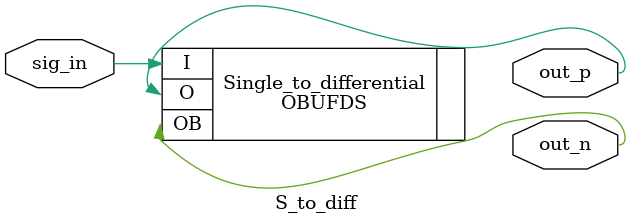
<source format=v>
`timescale 1ns / 1ps


module S_to_diff(
    input sig_in,
    output out_p,
    output out_n
    );
    
    wire out_p;
    wire out_n;
     OBUFDS #(
                .IOSTANDARD("LVDS_25"), // Specify the output I/O standard
                .SLEW("FAST")           // Specify the output slew rate
             ) Single_to_differential (
                .O(out_p),     // Diff_p output (connect directly to top-level port)
                .OB(out_n),   // Diff_n output (connect directly to top-level port)
                .I(sig_in)      // Buffer input 
             );
endmodule

</source>
